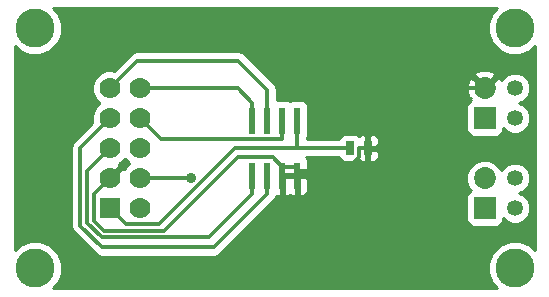
<source format=gtl>
G04 (created by PCBNEW-RS274X (2011-07-19)-testing) date Tue 10 Jan 2012 02:34:43 PM PST*
G01*
G70*
G90*
%MOIN*%
G04 Gerber Fmt 3.4, Leading zero omitted, Abs format*
%FSLAX34Y34*%
G04 APERTURE LIST*
%ADD10C,0.006000*%
%ADD11C,0.130000*%
%ADD12R,0.019700X0.088600*%
%ADD13R,0.025000X0.045000*%
%ADD14C,0.073000*%
%ADD15R,0.073000X0.073000*%
%ADD16C,0.053000*%
%ADD17R,0.070000X0.070000*%
%ADD18C,0.070000*%
%ADD19C,0.035000*%
%ADD20C,0.012000*%
%ADD21C,0.010000*%
G04 APERTURE END LIST*
G54D10*
G54D11*
X67000Y-21000D03*
X51000Y-21000D03*
X67000Y-29000D03*
X51000Y-29000D03*
G54D12*
X58250Y-24085D03*
X58750Y-24085D03*
X59250Y-24085D03*
X59750Y-24085D03*
X58250Y-25916D03*
X58750Y-25916D03*
X59250Y-25916D03*
X59750Y-25916D03*
G54D13*
X61497Y-25000D03*
X62097Y-25000D03*
G54D14*
X66000Y-23000D03*
G54D15*
X66000Y-24000D03*
G54D16*
X67000Y-24000D03*
X67000Y-23000D03*
G54D14*
X66000Y-26000D03*
G54D15*
X66000Y-27000D03*
G54D16*
X67000Y-27000D03*
X67000Y-26000D03*
G54D17*
X53500Y-27000D03*
G54D18*
X54500Y-27000D03*
X53500Y-26000D03*
X54500Y-26000D03*
X53500Y-25000D03*
X54500Y-25000D03*
X53500Y-24000D03*
X54500Y-24000D03*
X53500Y-23000D03*
X54500Y-23000D03*
G54D19*
X56194Y-26000D03*
G54D20*
X59750Y-24085D02*
X59750Y-24691D01*
X59750Y-25000D02*
X59750Y-24691D01*
X61497Y-25000D02*
X59750Y-25000D01*
X54026Y-27526D02*
X53500Y-27000D01*
X55151Y-27526D02*
X54026Y-27526D01*
X57677Y-25000D02*
X55151Y-27526D01*
X59750Y-25000D02*
X57677Y-25000D01*
X55191Y-24691D02*
X59250Y-24691D01*
X54500Y-24000D02*
X55191Y-24691D01*
X59250Y-24085D02*
X59250Y-24691D01*
X54500Y-26000D02*
X56194Y-26000D01*
X56798Y-27974D02*
X58250Y-26522D01*
X53229Y-27974D02*
X56798Y-27974D01*
X52743Y-27488D02*
X53229Y-27974D01*
X52743Y-25757D02*
X52743Y-27488D01*
X53500Y-25000D02*
X52743Y-25757D01*
X58250Y-25916D02*
X58250Y-26522D01*
X58750Y-25916D02*
X58750Y-26522D01*
X56966Y-28306D02*
X58750Y-26522D01*
X53244Y-28306D02*
X56966Y-28306D01*
X52520Y-27582D02*
X53244Y-28306D01*
X52520Y-24980D02*
X52520Y-27582D01*
X53500Y-24000D02*
X52520Y-24980D01*
X58750Y-23048D02*
X58750Y-24085D01*
X57787Y-22085D02*
X58750Y-23048D01*
X54415Y-22085D02*
X57787Y-22085D01*
X53500Y-23000D02*
X54415Y-22085D01*
X57771Y-23000D02*
X58250Y-23479D01*
X54500Y-23000D02*
X57771Y-23000D01*
X58250Y-24085D02*
X58250Y-23479D01*
X59750Y-25613D02*
X59250Y-25613D01*
X59250Y-25916D02*
X59250Y-25613D01*
X59750Y-25916D02*
X59750Y-25764D01*
X59750Y-25764D02*
X59750Y-25613D01*
X61809Y-25288D02*
X61809Y-25000D01*
X61333Y-25764D02*
X61809Y-25288D01*
X59750Y-25764D02*
X61333Y-25764D01*
X62097Y-25000D02*
X61809Y-25000D01*
X64385Y-23000D02*
X62385Y-25000D01*
X66000Y-23000D02*
X64385Y-23000D01*
X62097Y-25000D02*
X62385Y-25000D01*
X58946Y-25309D02*
X59250Y-25613D01*
X57757Y-25309D02*
X58946Y-25309D01*
X55316Y-27750D02*
X57757Y-25309D01*
X53320Y-27750D02*
X55316Y-27750D01*
X52986Y-27416D02*
X53320Y-27750D01*
X52986Y-26514D02*
X52986Y-27416D01*
X53500Y-26000D02*
X52986Y-26514D01*
G54D10*
G36*
X54153Y-25500D02*
X53992Y-25661D01*
X53984Y-25680D01*
X53914Y-25657D01*
X53606Y-25965D01*
X53571Y-26000D01*
X53500Y-26071D01*
X53429Y-26000D01*
X53500Y-25929D01*
X53535Y-25894D01*
X53843Y-25586D01*
X53819Y-25515D01*
X53839Y-25508D01*
X54000Y-25347D01*
X54153Y-25500D01*
X54153Y-25500D01*
G37*
G54D21*
X54153Y-25500D02*
X53992Y-25661D01*
X53984Y-25680D01*
X53914Y-25657D01*
X53606Y-25965D01*
X53571Y-26000D01*
X53500Y-26071D01*
X53429Y-26000D01*
X53500Y-25929D01*
X53535Y-25894D01*
X53843Y-25586D01*
X53819Y-25515D01*
X53839Y-25508D01*
X54000Y-25347D01*
X54153Y-25500D01*
G54D10*
G36*
X67675Y-28402D02*
X67515Y-28242D01*
X67515Y-27103D01*
X67515Y-26898D01*
X67437Y-26709D01*
X67292Y-26564D01*
X67138Y-26499D01*
X67291Y-26437D01*
X67436Y-26292D01*
X67515Y-26103D01*
X67515Y-25898D01*
X67515Y-24103D01*
X67515Y-23898D01*
X67437Y-23709D01*
X67292Y-23564D01*
X67138Y-23499D01*
X67291Y-23437D01*
X67436Y-23292D01*
X67515Y-23103D01*
X67515Y-22898D01*
X67437Y-22709D01*
X67292Y-22564D01*
X67103Y-22485D01*
X66898Y-22485D01*
X66709Y-22563D01*
X66564Y-22708D01*
X66550Y-22741D01*
X66525Y-22680D01*
X66424Y-22646D01*
X66354Y-22716D01*
X66354Y-22576D01*
X66320Y-22475D01*
X66095Y-22393D01*
X65856Y-22403D01*
X65680Y-22475D01*
X65646Y-22576D01*
X66000Y-22929D01*
X66354Y-22576D01*
X66354Y-22716D01*
X66071Y-23000D01*
X66000Y-23071D01*
X65929Y-23000D01*
X65894Y-22965D01*
X65576Y-22646D01*
X65475Y-22680D01*
X65393Y-22905D01*
X65403Y-23144D01*
X65475Y-23320D01*
X65522Y-23336D01*
X65487Y-23372D01*
X65525Y-23410D01*
X65494Y-23424D01*
X65424Y-23494D01*
X65386Y-23585D01*
X65386Y-23684D01*
X65386Y-24414D01*
X65424Y-24506D01*
X65494Y-24576D01*
X65585Y-24614D01*
X65684Y-24614D01*
X66414Y-24614D01*
X66506Y-24576D01*
X66576Y-24506D01*
X66614Y-24415D01*
X66614Y-24342D01*
X66708Y-24436D01*
X66897Y-24515D01*
X67102Y-24515D01*
X67291Y-24437D01*
X67436Y-24292D01*
X67515Y-24103D01*
X67515Y-25898D01*
X67437Y-25709D01*
X67292Y-25564D01*
X67103Y-25485D01*
X66898Y-25485D01*
X66709Y-25563D01*
X66564Y-25708D01*
X66554Y-25731D01*
X66521Y-25652D01*
X66349Y-25479D01*
X66123Y-25385D01*
X65878Y-25385D01*
X65652Y-25479D01*
X65479Y-25651D01*
X65385Y-25877D01*
X65385Y-26122D01*
X65479Y-26348D01*
X65536Y-26406D01*
X65494Y-26424D01*
X65424Y-26494D01*
X65386Y-26585D01*
X65386Y-26684D01*
X65386Y-27414D01*
X65424Y-27506D01*
X65494Y-27576D01*
X65585Y-27614D01*
X65684Y-27614D01*
X66414Y-27614D01*
X66506Y-27576D01*
X66576Y-27506D01*
X66614Y-27415D01*
X66614Y-27342D01*
X66708Y-27436D01*
X66897Y-27515D01*
X67102Y-27515D01*
X67291Y-27437D01*
X67436Y-27292D01*
X67515Y-27103D01*
X67515Y-28242D01*
X67511Y-28238D01*
X67180Y-28100D01*
X66822Y-28100D01*
X66491Y-28237D01*
X66238Y-28489D01*
X66100Y-28820D01*
X66100Y-29178D01*
X66237Y-29509D01*
X66402Y-29675D01*
X62472Y-29675D01*
X62472Y-25112D01*
X62472Y-24888D01*
X62471Y-24824D01*
X62471Y-24725D01*
X62433Y-24634D01*
X62363Y-24564D01*
X62271Y-24526D01*
X62209Y-24525D01*
X62147Y-24587D01*
X62147Y-24950D01*
X62410Y-24950D01*
X62472Y-24888D01*
X62472Y-25112D01*
X62410Y-25050D01*
X62147Y-25050D01*
X62147Y-25413D01*
X62209Y-25475D01*
X62271Y-25474D01*
X62363Y-25436D01*
X62433Y-25366D01*
X62471Y-25275D01*
X62471Y-25176D01*
X62472Y-25112D01*
X62472Y-29675D01*
X62047Y-29675D01*
X62047Y-25413D01*
X62047Y-25100D01*
X62047Y-25050D01*
X62047Y-24950D01*
X62047Y-24900D01*
X62047Y-24587D01*
X61985Y-24525D01*
X61923Y-24526D01*
X61831Y-24564D01*
X61797Y-24598D01*
X61763Y-24564D01*
X61672Y-24526D01*
X61573Y-24526D01*
X61323Y-24526D01*
X61231Y-24564D01*
X61161Y-24634D01*
X61137Y-24690D01*
X60060Y-24690D01*
X60060Y-24666D01*
X60097Y-24578D01*
X60097Y-24479D01*
X60097Y-23593D01*
X60059Y-23501D01*
X59989Y-23431D01*
X59898Y-23393D01*
X59799Y-23393D01*
X59603Y-23393D01*
X59511Y-23431D01*
X59500Y-23442D01*
X59489Y-23431D01*
X59398Y-23393D01*
X59299Y-23393D01*
X59103Y-23393D01*
X59060Y-23410D01*
X59060Y-23048D01*
X59059Y-23047D01*
X59036Y-22929D01*
X58969Y-22829D01*
X58969Y-22828D01*
X58006Y-21866D01*
X57906Y-21799D01*
X57787Y-21775D01*
X54415Y-21775D01*
X54296Y-21799D01*
X54196Y-21866D01*
X53648Y-22413D01*
X53619Y-22401D01*
X53381Y-22401D01*
X53161Y-22492D01*
X52992Y-22661D01*
X52901Y-22881D01*
X52901Y-23119D01*
X52992Y-23339D01*
X53153Y-23500D01*
X52992Y-23661D01*
X52901Y-23881D01*
X52901Y-24119D01*
X52913Y-24148D01*
X52301Y-24761D01*
X52234Y-24861D01*
X52210Y-24980D01*
X52210Y-27582D01*
X52234Y-27701D01*
X52301Y-27801D01*
X53024Y-28525D01*
X53025Y-28525D01*
X53125Y-28592D01*
X53243Y-28615D01*
X53244Y-28616D01*
X56966Y-28616D01*
X57084Y-28592D01*
X57085Y-28592D01*
X57185Y-28525D01*
X58969Y-26742D01*
X58969Y-26741D01*
X59036Y-26641D01*
X59047Y-26584D01*
X59103Y-26608D01*
X59139Y-26609D01*
X59201Y-26547D01*
X59201Y-25966D01*
X59200Y-25966D01*
X59200Y-25866D01*
X59201Y-25866D01*
X59299Y-25866D01*
X59350Y-25866D01*
X59464Y-25866D01*
X59536Y-25866D01*
X59650Y-25866D01*
X59701Y-25866D01*
X59799Y-25866D01*
X59850Y-25866D01*
X60036Y-25866D01*
X60098Y-25804D01*
X60097Y-25522D01*
X60097Y-25423D01*
X60059Y-25332D01*
X60037Y-25310D01*
X61137Y-25310D01*
X61161Y-25366D01*
X61231Y-25436D01*
X61322Y-25474D01*
X61421Y-25474D01*
X61671Y-25474D01*
X61763Y-25436D01*
X61797Y-25402D01*
X61831Y-25436D01*
X61923Y-25474D01*
X61985Y-25475D01*
X62047Y-25413D01*
X62047Y-29675D01*
X60098Y-29675D01*
X60098Y-26028D01*
X60036Y-25966D01*
X59799Y-25966D01*
X59799Y-26547D01*
X59861Y-26609D01*
X59897Y-26608D01*
X59989Y-26570D01*
X60059Y-26500D01*
X60097Y-26409D01*
X60097Y-26310D01*
X60098Y-26028D01*
X60098Y-29675D01*
X59701Y-29675D01*
X59701Y-26547D01*
X59701Y-25966D01*
X59536Y-25966D01*
X59464Y-25966D01*
X59299Y-25966D01*
X59299Y-26547D01*
X59361Y-26609D01*
X59397Y-26608D01*
X59489Y-26570D01*
X59500Y-26559D01*
X59511Y-26570D01*
X59603Y-26608D01*
X59639Y-26609D01*
X59701Y-26547D01*
X59701Y-29675D01*
X51597Y-29675D01*
X51762Y-29511D01*
X51900Y-29180D01*
X51900Y-28822D01*
X51763Y-28491D01*
X51511Y-28238D01*
X51180Y-28100D01*
X50822Y-28100D01*
X50491Y-28237D01*
X50325Y-28402D01*
X50325Y-21597D01*
X50489Y-21762D01*
X50820Y-21900D01*
X51178Y-21900D01*
X51509Y-21763D01*
X51762Y-21511D01*
X51900Y-21180D01*
X51900Y-20822D01*
X51763Y-20491D01*
X51597Y-20325D01*
X66402Y-20325D01*
X66238Y-20489D01*
X66100Y-20820D01*
X66100Y-21178D01*
X66237Y-21509D01*
X66489Y-21762D01*
X66820Y-21900D01*
X67178Y-21900D01*
X67509Y-21763D01*
X67675Y-21597D01*
X67675Y-28402D01*
X67675Y-28402D01*
G37*
G54D21*
X67675Y-28402D02*
X67515Y-28242D01*
X67515Y-27103D01*
X67515Y-26898D01*
X67437Y-26709D01*
X67292Y-26564D01*
X67138Y-26499D01*
X67291Y-26437D01*
X67436Y-26292D01*
X67515Y-26103D01*
X67515Y-25898D01*
X67515Y-24103D01*
X67515Y-23898D01*
X67437Y-23709D01*
X67292Y-23564D01*
X67138Y-23499D01*
X67291Y-23437D01*
X67436Y-23292D01*
X67515Y-23103D01*
X67515Y-22898D01*
X67437Y-22709D01*
X67292Y-22564D01*
X67103Y-22485D01*
X66898Y-22485D01*
X66709Y-22563D01*
X66564Y-22708D01*
X66550Y-22741D01*
X66525Y-22680D01*
X66424Y-22646D01*
X66354Y-22716D01*
X66354Y-22576D01*
X66320Y-22475D01*
X66095Y-22393D01*
X65856Y-22403D01*
X65680Y-22475D01*
X65646Y-22576D01*
X66000Y-22929D01*
X66354Y-22576D01*
X66354Y-22716D01*
X66071Y-23000D01*
X66000Y-23071D01*
X65929Y-23000D01*
X65894Y-22965D01*
X65576Y-22646D01*
X65475Y-22680D01*
X65393Y-22905D01*
X65403Y-23144D01*
X65475Y-23320D01*
X65522Y-23336D01*
X65487Y-23372D01*
X65525Y-23410D01*
X65494Y-23424D01*
X65424Y-23494D01*
X65386Y-23585D01*
X65386Y-23684D01*
X65386Y-24414D01*
X65424Y-24506D01*
X65494Y-24576D01*
X65585Y-24614D01*
X65684Y-24614D01*
X66414Y-24614D01*
X66506Y-24576D01*
X66576Y-24506D01*
X66614Y-24415D01*
X66614Y-24342D01*
X66708Y-24436D01*
X66897Y-24515D01*
X67102Y-24515D01*
X67291Y-24437D01*
X67436Y-24292D01*
X67515Y-24103D01*
X67515Y-25898D01*
X67437Y-25709D01*
X67292Y-25564D01*
X67103Y-25485D01*
X66898Y-25485D01*
X66709Y-25563D01*
X66564Y-25708D01*
X66554Y-25731D01*
X66521Y-25652D01*
X66349Y-25479D01*
X66123Y-25385D01*
X65878Y-25385D01*
X65652Y-25479D01*
X65479Y-25651D01*
X65385Y-25877D01*
X65385Y-26122D01*
X65479Y-26348D01*
X65536Y-26406D01*
X65494Y-26424D01*
X65424Y-26494D01*
X65386Y-26585D01*
X65386Y-26684D01*
X65386Y-27414D01*
X65424Y-27506D01*
X65494Y-27576D01*
X65585Y-27614D01*
X65684Y-27614D01*
X66414Y-27614D01*
X66506Y-27576D01*
X66576Y-27506D01*
X66614Y-27415D01*
X66614Y-27342D01*
X66708Y-27436D01*
X66897Y-27515D01*
X67102Y-27515D01*
X67291Y-27437D01*
X67436Y-27292D01*
X67515Y-27103D01*
X67515Y-28242D01*
X67511Y-28238D01*
X67180Y-28100D01*
X66822Y-28100D01*
X66491Y-28237D01*
X66238Y-28489D01*
X66100Y-28820D01*
X66100Y-29178D01*
X66237Y-29509D01*
X66402Y-29675D01*
X62472Y-29675D01*
X62472Y-25112D01*
X62472Y-24888D01*
X62471Y-24824D01*
X62471Y-24725D01*
X62433Y-24634D01*
X62363Y-24564D01*
X62271Y-24526D01*
X62209Y-24525D01*
X62147Y-24587D01*
X62147Y-24950D01*
X62410Y-24950D01*
X62472Y-24888D01*
X62472Y-25112D01*
X62410Y-25050D01*
X62147Y-25050D01*
X62147Y-25413D01*
X62209Y-25475D01*
X62271Y-25474D01*
X62363Y-25436D01*
X62433Y-25366D01*
X62471Y-25275D01*
X62471Y-25176D01*
X62472Y-25112D01*
X62472Y-29675D01*
X62047Y-29675D01*
X62047Y-25413D01*
X62047Y-25100D01*
X62047Y-25050D01*
X62047Y-24950D01*
X62047Y-24900D01*
X62047Y-24587D01*
X61985Y-24525D01*
X61923Y-24526D01*
X61831Y-24564D01*
X61797Y-24598D01*
X61763Y-24564D01*
X61672Y-24526D01*
X61573Y-24526D01*
X61323Y-24526D01*
X61231Y-24564D01*
X61161Y-24634D01*
X61137Y-24690D01*
X60060Y-24690D01*
X60060Y-24666D01*
X60097Y-24578D01*
X60097Y-24479D01*
X60097Y-23593D01*
X60059Y-23501D01*
X59989Y-23431D01*
X59898Y-23393D01*
X59799Y-23393D01*
X59603Y-23393D01*
X59511Y-23431D01*
X59500Y-23442D01*
X59489Y-23431D01*
X59398Y-23393D01*
X59299Y-23393D01*
X59103Y-23393D01*
X59060Y-23410D01*
X59060Y-23048D01*
X59059Y-23047D01*
X59036Y-22929D01*
X58969Y-22829D01*
X58969Y-22828D01*
X58006Y-21866D01*
X57906Y-21799D01*
X57787Y-21775D01*
X54415Y-21775D01*
X54296Y-21799D01*
X54196Y-21866D01*
X53648Y-22413D01*
X53619Y-22401D01*
X53381Y-22401D01*
X53161Y-22492D01*
X52992Y-22661D01*
X52901Y-22881D01*
X52901Y-23119D01*
X52992Y-23339D01*
X53153Y-23500D01*
X52992Y-23661D01*
X52901Y-23881D01*
X52901Y-24119D01*
X52913Y-24148D01*
X52301Y-24761D01*
X52234Y-24861D01*
X52210Y-24980D01*
X52210Y-27582D01*
X52234Y-27701D01*
X52301Y-27801D01*
X53024Y-28525D01*
X53025Y-28525D01*
X53125Y-28592D01*
X53243Y-28615D01*
X53244Y-28616D01*
X56966Y-28616D01*
X57084Y-28592D01*
X57085Y-28592D01*
X57185Y-28525D01*
X58969Y-26742D01*
X58969Y-26741D01*
X59036Y-26641D01*
X59047Y-26584D01*
X59103Y-26608D01*
X59139Y-26609D01*
X59201Y-26547D01*
X59201Y-25966D01*
X59200Y-25966D01*
X59200Y-25866D01*
X59201Y-25866D01*
X59299Y-25866D01*
X59350Y-25866D01*
X59464Y-25866D01*
X59536Y-25866D01*
X59650Y-25866D01*
X59701Y-25866D01*
X59799Y-25866D01*
X59850Y-25866D01*
X60036Y-25866D01*
X60098Y-25804D01*
X60097Y-25522D01*
X60097Y-25423D01*
X60059Y-25332D01*
X60037Y-25310D01*
X61137Y-25310D01*
X61161Y-25366D01*
X61231Y-25436D01*
X61322Y-25474D01*
X61421Y-25474D01*
X61671Y-25474D01*
X61763Y-25436D01*
X61797Y-25402D01*
X61831Y-25436D01*
X61923Y-25474D01*
X61985Y-25475D01*
X62047Y-25413D01*
X62047Y-29675D01*
X60098Y-29675D01*
X60098Y-26028D01*
X60036Y-25966D01*
X59799Y-25966D01*
X59799Y-26547D01*
X59861Y-26609D01*
X59897Y-26608D01*
X59989Y-26570D01*
X60059Y-26500D01*
X60097Y-26409D01*
X60097Y-26310D01*
X60098Y-26028D01*
X60098Y-29675D01*
X59701Y-29675D01*
X59701Y-26547D01*
X59701Y-25966D01*
X59536Y-25966D01*
X59464Y-25966D01*
X59299Y-25966D01*
X59299Y-26547D01*
X59361Y-26609D01*
X59397Y-26608D01*
X59489Y-26570D01*
X59500Y-26559D01*
X59511Y-26570D01*
X59603Y-26608D01*
X59639Y-26609D01*
X59701Y-26547D01*
X59701Y-29675D01*
X51597Y-29675D01*
X51762Y-29511D01*
X51900Y-29180D01*
X51900Y-28822D01*
X51763Y-28491D01*
X51511Y-28238D01*
X51180Y-28100D01*
X50822Y-28100D01*
X50491Y-28237D01*
X50325Y-28402D01*
X50325Y-21597D01*
X50489Y-21762D01*
X50820Y-21900D01*
X51178Y-21900D01*
X51509Y-21763D01*
X51762Y-21511D01*
X51900Y-21180D01*
X51900Y-20822D01*
X51763Y-20491D01*
X51597Y-20325D01*
X66402Y-20325D01*
X66238Y-20489D01*
X66100Y-20820D01*
X66100Y-21178D01*
X66237Y-21509D01*
X66489Y-21762D01*
X66820Y-21900D01*
X67178Y-21900D01*
X67509Y-21763D01*
X67675Y-21597D01*
X67675Y-28402D01*
M02*

</source>
